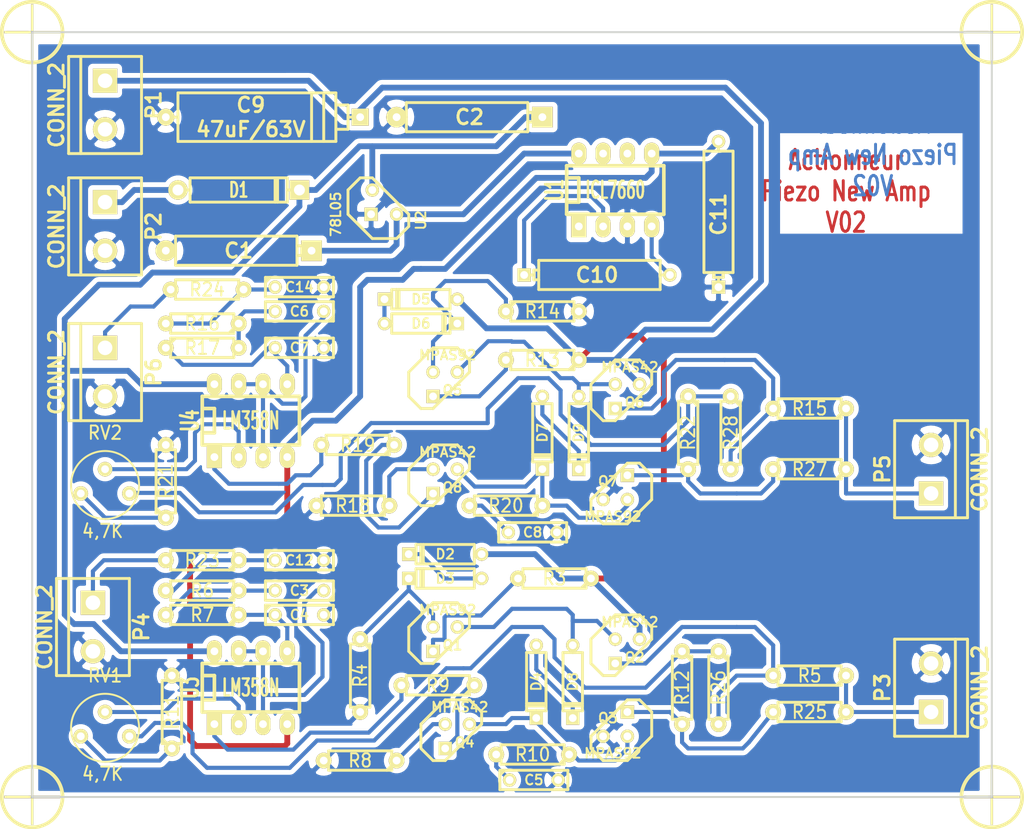
<source format=kicad_pcb>
(kicad_pcb (version 3) (host pcbnew "(2013-01-12 BZR 3902)-testing")
  (title_block (title Actionneur_piezo))
  (layers (15 Composant power) (0 Cuivre signal))
  (net 0 "")
  (net 1 +12V)
  (net 2 -VAA)
  (net 3 /12Vext)
  (net 4 /ampli_h1)
  (net 5 /ampli_h2)
  (net 6 /ampli_h3)
  (net 7 /ampli_h4)
  (net 8 /ampli_h5)
  (net 9 /ampli_h6)
  (net 10 /ampli_h7)
  (net 11 /ampli_h8)
  (net 12 GND)
  (net 13 HT)
  (net 14 N-000005)
  (net 15 N-000010)
  (net 16 N-000011)
  (net 17 N-000012)
  (net 18 N-000013)
  (net 19 N-000014)
  (net 20 N-000015)
  (net 21 N-000016)
  (net 22 N-000017)
  (net 23 N-000018)
  (net 24 N-000019)
  (net 25 N-000020)
  (net 26 N-000021)
  (net 27 N-000022)
  (net 28 N-000023)
  (net 29 N-000024)
  (net 30 N-000025)
  (net 31 N-000026)
  (net 32 N-000027)
  (net 33 N-000032)
  (net 34 N-000033)
  (net 35 N-000034)
  (net 36 N-000035)
  (net 37 N-000036)
  (net 38 N-000037)
  (net 39 N-000038)
  (net 40 N-000039)
  (net 41 N-000040)
  (net 42 N-000041)
  (net 43 N-000042)
  (net 44 N-000043)
  (net 45 N-000044)
  (net 46 N-000045)
  (net 47 N-000046)
  (net 48 N-000047)
  (net 49 N-000048)
  (net 50 VCC)
  (module bornier2 (layer Composant) (at 95.885 59.436 270)
    (fp_text reference P1)
    (fp_text value CONN_2)
    (pad 1 thru_hole rect (at -2.54 0 270) (size 2.54 2.54) (drill 1.524) (layers *.Cu *.Mask Dessus.SilkS) (net 13 HT))
    (pad 2 thru_hole circle (at 2.54 0 270) (size 2.54 2.54) (drill 1.524) (layers *.Cu *.Mask Dessus.SilkS) (net 12 GND))
  )
  (module bornier2 (layer Composant) (at 182.245 120.396 90)
    (fp_text reference P3)
    (fp_text value CONN_2)
    (pad 1 thru_hole rect (at -2.54 0 90) (size 2.54 2.54) (drill 1.524) (layers *.Cu *.Mask Dessus.SilkS) (net 6 /ampli_h3))
    (pad 2 thru_hole circle (at 2.54 0 90) (size 2.54 2.54) (drill 1.524) (layers *.Cu *.Mask Dessus.SilkS) (net 12 GND))
  )
  (module CP6 (layer Composant) (at 133.985 60.706 180)
    (fp_text reference C2)
    (fp_text value 47uF/20V hide)
    (pad 1 thru_hole rect (at -7.62 0 180) (size 2.159 2.159) (drill 0.8128) (layers *.Cu *.Mask Dessus.SilkS) (net 1 +12V))
    (pad 2 thru_hole circle (at 7.62 0 180) (size 2.159 2.159) (drill 0.8128) (layers *.Cu *.Mask Dessus.SilkS) (net 12 GND))
  )
  (module CP6 (layer Composant) (at 109.855 74.676 180)
    (fp_text reference C1)
    (fp_text value 47uF hide)
    (pad 1 thru_hole rect (at -7.62 0 180) (size 2.159 2.159) (drill 0.8128) (layers *.Cu *.Mask Dessus.SilkS) (net 50 VCC))
    (pad 2 thru_hole circle (at 7.62 0 180) (size 2.159 2.159) (drill 0.8128) (layers *.Cu *.Mask Dessus.SilkS) (net 12 GND))
  )
  (module D5 (layer Composant) (at 109.855 68.326)
    (fp_text reference D1)
    (fp_text value 1N4007 hide)
    (pad 1 thru_hole circle (at -6.35 0) (size 2.032 2.032) (drill 1.143) (layers *.Cu *.Mask Dessus.SilkS) (net 3 /12Vext))
    (pad 2 thru_hole rect (at 6.35 0) (size 2.032 2.032) (drill 1.143) (layers *.Cu *.Mask Dessus.SilkS) (net 1 +12V))
  )
  (module TO92-CBE (layer Composant) (at 149.225 124.206 180)
    (fp_text reference Q3)
    (fp_text value MPAS92)
    (pad E thru_hole rect (at -1.27 1.27 180) (size 1.397 1.397) (drill 0.8128) (layers *.Cu *.Mask Dessus.SilkS) (net 22 N-000017))
    (pad B thru_hole circle (at -1.27 -1.27 180) (size 1.397 1.397) (drill 0.8128) (layers *.Cu *.Mask Dessus.SilkS) (net 30 N-000025))
    (pad C thru_hole circle (at 1.27 -1.27 180) (size 1.397 1.397) (drill 0.8128) (layers *.Cu *.Mask Dessus.SilkS) (net 12 GND))
  )
  (module TO92-CBE (layer Composant) (at 131.445 88.646)
    (fp_text reference Q5)
    (fp_text value MPAS92)
    (pad E thru_hole rect (at -1.27 1.27) (size 1.397 1.397) (drill 0.8128) (layers *.Cu *.Mask Dessus.SilkS) (net 49 N-000048))
    (pad B thru_hole circle (at -1.27 -1.27) (size 1.397 1.397) (drill 0.8128) (layers *.Cu *.Mask Dessus.SilkS) (net 41 N-000040))
    (pad C thru_hole circle (at 1.27 -1.27) (size 1.397 1.397) (drill 0.8128) (layers *.Cu *.Mask Dessus.SilkS) (net 48 N-000047))
  )
  (module TO92-CBE (layer Composant) (at 149.225 99.441 180)
    (fp_text reference Q7)
    (fp_text value MPAS92)
    (pad E thru_hole rect (at -1.27 1.27 180) (size 1.397 1.397) (drill 0.8128) (layers *.Cu *.Mask Dessus.SilkS) (net 39 N-000038))
    (pad B thru_hole circle (at -1.27 -1.27 180) (size 1.397 1.397) (drill 0.8128) (layers *.Cu *.Mask Dessus.SilkS) (net 47 N-000046))
    (pad C thru_hole circle (at 1.27 -1.27 180) (size 1.397 1.397) (drill 0.8128) (layers *.Cu *.Mask Dessus.SilkS) (net 12 GND))
  )
  (module TO92-CBE (layer Composant) (at 150.495 89.916)
    (fp_text reference Q6)
    (fp_text value MPAS42)
    (pad E thru_hole rect (at -1.27 1.27) (size 1.397 1.397) (drill 0.8128) (layers *.Cu *.Mask Dessus.SilkS) (net 38 N-000037))
    (pad B thru_hole circle (at -1.27 -1.27) (size 1.397 1.397) (drill 0.8128) (layers *.Cu *.Mask Dessus.SilkS) (net 48 N-000047))
    (pad C thru_hole circle (at 1.27 -1.27) (size 1.397 1.397) (drill 0.8128) (layers *.Cu *.Mask Dessus.SilkS) (net 13 HT))
  )
  (module TO92-CBE (layer Composant) (at 131.445 115.316)
    (fp_text reference Q1)
    (fp_text value MPAS92)
    (pad E thru_hole rect (at -1.27 1.27) (size 1.397 1.397) (drill 0.8128) (layers *.Cu *.Mask Dessus.SilkS) (net 32 N-000027))
    (pad B thru_hole circle (at -1.27 -1.27) (size 1.397 1.397) (drill 0.8128) (layers *.Cu *.Mask Dessus.SilkS) (net 24 N-000019))
    (pad C thru_hole circle (at 1.27 -1.27) (size 1.397 1.397) (drill 0.8128) (layers *.Cu *.Mask Dessus.SilkS) (net 31 N-000026))
  )
  (module TO92-CBE (layer Composant) (at 150.495 116.586)
    (fp_text reference Q2)
    (fp_text value MPAS42)
    (pad E thru_hole rect (at -1.27 1.27) (size 1.397 1.397) (drill 0.8128) (layers *.Cu *.Mask Dessus.SilkS) (net 21 N-000016))
    (pad B thru_hole circle (at -1.27 -1.27) (size 1.397 1.397) (drill 0.8128) (layers *.Cu *.Mask Dessus.SilkS) (net 31 N-000026))
    (pad C thru_hole circle (at 1.27 -1.27) (size 1.397 1.397) (drill 0.8128) (layers *.Cu *.Mask Dessus.SilkS) (net 13 HT))
  )
  (module TO92-CBE (layer Composant) (at 132.715 125.476)
    (fp_text reference Q4)
    (fp_text value MPAS42)
    (pad E thru_hole rect (at -1.27 1.27) (size 1.397 1.397) (drill 0.8128) (layers *.Cu *.Mask Dessus.SilkS) (net 16 N-000011))
    (pad B thru_hole circle (at -1.27 -1.27) (size 1.397 1.397) (drill 0.8128) (layers *.Cu *.Mask Dessus.SilkS) (net 25 N-000020))
    (pad C thru_hole circle (at 1.27 -1.27) (size 1.397 1.397) (drill 0.8128) (layers *.Cu *.Mask Dessus.SilkS) (net 30 N-000025))
  )
  (module TO92-CBE (layer Composant) (at 131.445 98.806)
    (fp_text reference Q8)
    (fp_text value MPAS42)
    (pad E thru_hole rect (at -1.27 1.27) (size 1.397 1.397) (drill 0.8128) (layers *.Cu *.Mask Dessus.SilkS) (net 33 N-000032))
    (pad B thru_hole circle (at -1.27 -1.27) (size 1.397 1.397) (drill 0.8128) (layers *.Cu *.Mask Dessus.SilkS) (net 42 N-000041))
    (pad C thru_hole circle (at 1.27 -1.27) (size 1.397 1.397) (drill 0.8128) (layers *.Cu *.Mask Dessus.SilkS) (net 47 N-000046))
  )
  (module bornier2 (layer Composant) (at 95.885 72.136 270)
    (fp_text reference P2)
    (fp_text value CONN_2)
    (pad 1 thru_hole rect (at -2.54 0 270) (size 2.54 2.54) (drill 1.524) (layers *.Cu *.Mask Dessus.SilkS) (net 3 /12Vext))
    (pad 2 thru_hole circle (at 2.54 0 270) (size 2.54 2.54) (drill 1.524) (layers *.Cu *.Mask Dessus.SilkS) (net 12 GND))
  )
  (module DIP-8__300_ELL (layer Composant) (at 149.225 68.326)
    (fp_text reference U1)
    (fp_text value ICL7660)
    (pad 1 thru_hole rect (at -3.81 3.81) (size 1.5748 2.286) (drill 0.8128) (layers *.Cu *.Mask Dessus.SilkS))
    (pad 2 thru_hole oval (at -1.27 3.81) (size 1.5748 2.286) (drill 0.8128) (layers *.Cu *.Mask Dessus.SilkS) (net 15 N-000010))
    (pad 3 thru_hole oval (at 1.27 3.81) (size 1.5748 2.286) (drill 0.8128) (layers *.Cu *.Mask Dessus.SilkS) (net 12 GND))
    (pad 4 thru_hole oval (at 3.81 3.81) (size 1.5748 2.286) (drill 0.8128) (layers *.Cu *.Mask Dessus.SilkS) (net 14 N-000005))
    (pad 5 thru_hole oval (at 3.81 -3.81) (size 1.5748 2.286) (drill 0.8128) (layers *.Cu *.Mask Dessus.SilkS) (net 2 -VAA))
    (pad 6 thru_hole oval (at 1.27 -3.81) (size 1.5748 2.286) (drill 0.8128) (layers *.Cu *.Mask Dessus.SilkS))
    (pad 7 thru_hole oval (at -1.27 -3.81) (size 1.5748 2.286) (drill 0.8128) (layers *.Cu *.Mask Dessus.SilkS))
    (pad 8 thru_hole oval (at -3.81 -3.81) (size 1.5748 2.286) (drill 0.8128) (layers *.Cu *.Mask Dessus.SilkS) (net 50 VCC))
  )
  (module DIP-8__300_ELL (layer Composant) (at 111.125 92.456)
    (fp_text reference U4)
    (fp_text value LM358N)
    (pad 1 thru_hole rect (at -3.81 3.81) (size 1.5748 2.286) (drill 0.8128) (layers *.Cu *.Mask Dessus.SilkS) (net 43 N-000042))
    (pad 2 thru_hole oval (at -1.27 3.81) (size 1.5748 2.286) (drill 0.8128) (layers *.Cu *.Mask Dessus.SilkS) (net 44 N-000043))
    (pad 3 thru_hole oval (at 1.27 3.81) (size 1.5748 2.286) (drill 0.8128) (layers *.Cu *.Mask Dessus.SilkS) (net 5 /ampli_h2))
    (pad 4 thru_hole oval (at 3.81 3.81) (size 1.5748 2.286) (drill 0.8128) (layers *.Cu *.Mask Dessus.SilkS) (net 2 -VAA))
    (pad 5 thru_hole oval (at 3.81 -3.81) (size 1.5748 2.286) (drill 0.8128) (layers *.Cu *.Mask Dessus.SilkS) (net 46 N-000045))
    (pad 6 thru_hole oval (at 1.27 -3.81) (size 1.5748 2.286) (drill 0.8128) (layers *.Cu *.Mask Dessus.SilkS) (net 5 /ampli_h2))
    (pad 7 thru_hole oval (at -1.27 -3.81) (size 1.5748 2.286) (drill 0.8128) (layers *.Cu *.Mask Dessus.SilkS) (net 5 /ampli_h2))
    (pad 8 thru_hole oval (at -3.81 -3.81) (size 1.5748 2.286) (drill 0.8128) (layers *.Cu *.Mask Dessus.SilkS) (net 1 +12V))
  )
  (module bornier2 (layer Composant) (at 94.615 114.046 270)
    (fp_text reference P4)
    (fp_text value CONN_2)
    (pad 1 thru_hole rect (at -2.54 0 270) (size 2.54 2.54) (drill 1.524) (layers *.Cu *.Mask Dessus.SilkS) (net 7 /ampli_h4))
    (pad 2 thru_hole circle (at 2.54 0 270) (size 2.54 2.54) (drill 1.524) (layers *.Cu *.Mask Dessus.SilkS) (net 12 GND))
  )
  (module bornier2 (layer Composant) (at 182.245 97.536 90)
    (fp_text reference P5)
    (fp_text value CONN_2)
    (pad 1 thru_hole rect (at -2.54 0 90) (size 2.54 2.54) (drill 1.524) (layers *.Cu *.Mask Dessus.SilkS) (net 8 /ampli_h5))
    (pad 2 thru_hole circle (at 2.54 0 90) (size 2.54 2.54) (drill 1.524) (layers *.Cu *.Mask Dessus.SilkS) (net 12 GND))
  )
  (module bornier2 (layer Composant) (at 95.885 87.376 270)
    (fp_text reference P6)
    (fp_text value CONN_2)
    (pad 1 thru_hole rect (at -2.54 0 270) (size 2.54 2.54) (drill 1.524) (layers *.Cu *.Mask Dessus.SilkS) (net 9 /ampli_h6))
    (pad 2 thru_hole circle (at 2.54 0 270) (size 2.54 2.54) (drill 1.524) (layers *.Cu *.Mask Dessus.SilkS) (net 12 GND))
  )
  (module DIP-8__300_ELL (layer Composant) (at 111.125 120.396)
    (fp_text reference U3)
    (fp_text value LM358N)
    (pad 1 thru_hole rect (at -3.81 3.81) (size 1.5748 2.286) (drill 0.8128) (layers *.Cu *.Mask Dessus.SilkS) (net 26 N-000021))
    (pad 2 thru_hole oval (at -1.27 3.81) (size 1.5748 2.286) (drill 0.8128) (layers *.Cu *.Mask Dessus.SilkS) (net 27 N-000022))
    (pad 3 thru_hole oval (at 1.27 3.81) (size 1.5748 2.286) (drill 0.8128) (layers *.Cu *.Mask Dessus.SilkS) (net 4 /ampli_h1))
    (pad 4 thru_hole oval (at 3.81 3.81) (size 1.5748 2.286) (drill 0.8128) (layers *.Cu *.Mask Dessus.SilkS) (net 2 -VAA))
    (pad 5 thru_hole oval (at 3.81 -3.81) (size 1.5748 2.286) (drill 0.8128) (layers *.Cu *.Mask Dessus.SilkS) (net 29 N-000024))
    (pad 6 thru_hole oval (at 1.27 -3.81) (size 1.5748 2.286) (drill 0.8128) (layers *.Cu *.Mask Dessus.SilkS) (net 4 /ampli_h1))
    (pad 7 thru_hole oval (at -1.27 -3.81) (size 1.5748 2.286) (drill 0.8128) (layers *.Cu *.Mask Dessus.SilkS) (net 4 /ampli_h1))
    (pad 8 thru_hole oval (at -3.81 -3.81) (size 1.5748 2.286) (drill 0.8128) (layers *.Cu *.Mask Dessus.SilkS) (net 1 +12V))
  )
  (module R3-LARGE_PADS (layer Composant) (at 130.683 120.142 180)
    (fp_text reference R9)
    (fp_text value 1K hide)
    (pad 1 thru_hole circle (at -3.81 0 180) (size 1.651 1.651) (drill 0.8128) (layers *.Cu *.Mask Dessus.SilkS) (net 16 N-000011))
    (pad 2 thru_hole circle (at 3.81 0 180) (size 1.651 1.651) (drill 0.8128) (layers *.Cu *.Mask Dessus.SilkS) (net 26 N-000021))
  )
  (module R3-LARGE_PADS (layer Composant) (at 169.545 91.186 180)
    (fp_text reference R15)
    (fp_text value 47 hide)
    (pad 1 thru_hole circle (at -3.81 0 180) (size 1.651 1.651) (drill 0.8128) (layers *.Cu *.Mask Dessus.SilkS) (net 8 /ampli_h5))
    (pad 2 thru_hole circle (at 3.81 0 180) (size 1.651 1.651) (drill 0.8128) (layers *.Cu *.Mask Dessus.SilkS) (net 38 N-000037))
  )
  (module RV2 (layer Composant) (at 95.885 124.206)
    (fp_text reference RV1)
    (fp_text value 4,7K)
    (pad 1 thru_hole circle (at -2.54 1.27) (size 1.524 1.524) (drill 0.8128) (layers *.Cu *.Mask Dessus.SilkS) (net 23 N-000018))
    (pad 2 thru_hole circle (at 0 -1.27) (size 1.524 1.524) (drill 0.8128) (layers *.Cu *.Mask Dessus.SilkS) (net 27 N-000022))
    (pad 3 thru_hole circle (at 2.54 1.27) (size 1.524 1.524) (drill 0.8128) (layers *.Cu *.Mask Dessus.SilkS) (net 10 /ampli_h7))
  )
  (module RV2 (layer Composant) (at 95.885 98.806)
    (fp_text reference RV2)
    (fp_text value 4,7K)
    (pad 1 thru_hole circle (at -2.54 1.27) (size 1.524 1.524) (drill 0.8128) (layers *.Cu *.Mask Dessus.SilkS) (net 40 N-000039))
    (pad 2 thru_hole circle (at 0 -1.27) (size 1.524 1.524) (drill 0.8128) (layers *.Cu *.Mask Dessus.SilkS) (net 44 N-000043))
    (pad 3 thru_hole circle (at 2.54 1.27) (size 1.524 1.524) (drill 0.8128) (layers *.Cu *.Mask Dessus.SilkS) (net 11 /ampli_h8))
  )
  (module C2 (layer Composant) (at 116.205 110.236 180)
    (fp_text reference C3)
    (fp_text value 15nF hide)
    (pad 1 thru_hole circle (at -2.54 0 180) (size 1.397 1.397) (drill 0.8128) (layers *.Cu *.Mask Dessus.SilkS) (net 4 /ampli_h1))
    (pad 2 thru_hole circle (at 2.54 0 180) (size 1.397 1.397) (drill 0.8128) (layers *.Cu *.Mask Dessus.SilkS) (net 18 N-000013))
  )
  (module C2 (layer Composant) (at 116.205 112.776)
    (fp_text reference C4)
    (fp_text value 4,7nF hide)
    (pad 1 thru_hole circle (at -2.54 0) (size 1.397 1.397) (drill 0.8128) (layers *.Cu *.Mask Dessus.SilkS) (net 29 N-000024))
    (pad 2 thru_hole circle (at 2.54 0) (size 1.397 1.397) (drill 0.8128) (layers *.Cu *.Mask Dessus.SilkS) (net 12 GND))
  )
  (module C2 (layer Composant) (at 140.716 130.048)
    (fp_text reference C5)
    (fp_text value 820pF hide)
    (pad 1 thru_hole circle (at -2.54 0) (size 1.397 1.397) (drill 0.8128) (layers *.Cu *.Mask Dessus.SilkS) (net 20 N-000015))
    (pad 2 thru_hole circle (at 2.54 0) (size 1.397 1.397) (drill 0.8128) (layers *.Cu *.Mask Dessus.SilkS) (net 12 GND))
  )
  (module C2 (layer Composant) (at 116.205 81.026 180)
    (fp_text reference C6)
    (fp_text value 15nF hide)
    (pad 1 thru_hole circle (at -2.54 0 180) (size 1.397 1.397) (drill 0.8128) (layers *.Cu *.Mask Dessus.SilkS) (net 5 /ampli_h2))
    (pad 2 thru_hole circle (at 2.54 0 180) (size 1.397 1.397) (drill 0.8128) (layers *.Cu *.Mask Dessus.SilkS) (net 35 N-000034))
  )
  (module C2 (layer Composant) (at 116.205 84.836)
    (fp_text reference C7)
    (fp_text value 4,7nF hide)
    (pad 1 thru_hole circle (at -2.54 0) (size 1.397 1.397) (drill 0.8128) (layers *.Cu *.Mask Dessus.SilkS) (net 46 N-000045))
    (pad 2 thru_hole circle (at 2.54 0) (size 1.397 1.397) (drill 0.8128) (layers *.Cu *.Mask Dessus.SilkS) (net 12 GND))
  )
  (module C2 (layer Composant) (at 140.589 104.14)
    (fp_text reference C8)
    (fp_text value 820pF hide)
    (pad 1 thru_hole circle (at -2.54 0) (size 1.397 1.397) (drill 0.8128) (layers *.Cu *.Mask Dessus.SilkS) (net 37 N-000036))
    (pad 2 thru_hole circle (at 2.54 0) (size 1.397 1.397) (drill 0.8128) (layers *.Cu *.Mask Dessus.SilkS) (net 12 GND))
  )
  (module CP8 (layer Composant) (at 112.395 60.706 180)
    (fp_text reference C9)
    (fp_text value 47uF/63V)
    (pad 1 thru_hole rect (at -10.16 0 180) (size 1.778 1.778) (drill 0.8128) (layers *.Cu *.Mask Dessus.SilkS) (net 13 HT))
    (pad 2 thru_hole circle (at 10.16 0 180) (size 1.778 1.778) (drill 0.8128) (layers *.Cu *.Mask Dessus.SilkS) (net 12 GND))
  )
  (module D3 (layer Composant) (at 131.445 106.426 180)
    (fp_text reference D2)
    (fp_text value 1N4148 hide)
    (pad 2 thru_hole rect (at 3.81 0 180) (size 1.397 1.397) (drill 0.8128) (layers *.Cu *.Mask Dessus.SilkS) (net 17 N-000012))
    (pad 1 thru_hole circle (at -3.81 0 180) (size 1.397 1.397) (drill 0.8128) (layers *.Cu *.Mask Dessus.SilkS) (net 13 HT))
  )
  (module D3 (layer Composant) (at 131.445 108.966 180)
    (fp_text reference D3)
    (fp_text value 1N4148 hide)
    (pad 2 thru_hole rect (at 3.81 0 180) (size 1.397 1.397) (drill 0.8128) (layers *.Cu *.Mask Dessus.SilkS) (net 24 N-000019))
    (pad 1 thru_hole circle (at -3.81 0 180) (size 1.397 1.397) (drill 0.8128) (layers *.Cu *.Mask Dessus.SilkS) (net 17 N-000012))
  )
  (module D3 (layer Composant) (at 140.97 119.761 270)
    (fp_text reference D4)
    (fp_text value 1N4148 hide)
    (pad 2 thru_hole rect (at 3.81 0 270) (size 1.397 1.397) (drill 0.8128) (layers *.Cu *.Mask Dessus.SilkS) (net 30 N-000025))
    (pad 1 thru_hole circle (at -3.81 0 270) (size 1.397 1.397) (drill 0.8128) (layers *.Cu *.Mask Dessus.SilkS) (net 28 N-000023))
  )
  (module D3 (layer Composant) (at 128.905 79.756 180)
    (fp_text reference D5)
    (fp_text value 1N4148 hide)
    (pad 2 thru_hole rect (at 3.81 0 180) (size 1.397 1.397) (drill 0.8128) (layers *.Cu *.Mask Dessus.SilkS) (net 34 N-000033))
    (pad 1 thru_hole circle (at -3.81 0 180) (size 1.397 1.397) (drill 0.8128) (layers *.Cu *.Mask Dessus.SilkS) (net 13 HT))
  )
  (module D3 (layer Composant) (at 128.905 82.296)
    (fp_text reference D6)
    (fp_text value 1N4148 hide)
    (pad 2 thru_hole rect (at 3.81 0) (size 1.397 1.397) (drill 0.8128) (layers *.Cu *.Mask Dessus.SilkS) (net 41 N-000040))
    (pad 1 thru_hole circle (at -3.81 0) (size 1.397 1.397) (drill 0.8128) (layers *.Cu *.Mask Dessus.SilkS) (net 34 N-000033))
  )
  (module D3 (layer Composant) (at 141.605 93.726 270)
    (fp_text reference D7)
    (fp_text value 1N4148 hide)
    (pad 2 thru_hole rect (at 3.81 0 270) (size 1.397 1.397) (drill 0.8128) (layers *.Cu *.Mask Dessus.SilkS) (net 47 N-000046))
    (pad 1 thru_hole circle (at -3.81 0 270) (size 1.397 1.397) (drill 0.8128) (layers *.Cu *.Mask Dessus.SilkS) (net 45 N-000044))
  )
  (module R3-LARGE_PADS (layer Composant) (at 142.875 108.966 180)
    (fp_text reference R3)
    (fp_text value 470 hide)
    (pad 1 thru_hole circle (at -3.81 0 180) (size 1.651 1.651) (drill 0.8128) (layers *.Cu *.Mask Dessus.SilkS) (net 13 HT))
    (pad 2 thru_hole circle (at 3.81 0 180) (size 1.651 1.651) (drill 0.8128) (layers *.Cu *.Mask Dessus.SilkS) (net 32 N-000027))
  )
  (module R3-LARGE_PADS (layer Composant) (at 122.555 119.126 270)
    (fp_text reference R4)
    (fp_text value 220K hide)
    (pad 1 thru_hole circle (at -3.81 0 270) (size 1.651 1.651) (drill 0.8128) (layers *.Cu *.Mask Dessus.SilkS) (net 24 N-000019))
    (pad 2 thru_hole circle (at 3.81 0 270) (size 1.651 1.651) (drill 0.8128) (layers *.Cu *.Mask Dessus.SilkS) (net 12 GND))
  )
  (module R3-LARGE_PADS (layer Composant) (at 169.545 119.126 180)
    (fp_text reference R5)
    (fp_text value 47 hide)
    (pad 1 thru_hole circle (at -3.81 0 180) (size 1.651 1.651) (drill 0.8128) (layers *.Cu *.Mask Dessus.SilkS) (net 6 /ampli_h3))
    (pad 2 thru_hole circle (at 3.81 0 180) (size 1.651 1.651) (drill 0.8128) (layers *.Cu *.Mask Dessus.SilkS) (net 21 N-000016))
  )
  (module R3-LARGE_PADS (layer Composant) (at 106.045 110.236 180)
    (fp_text reference R6)
    (fp_text value 22K hide)
    (pad 1 thru_hole circle (at -3.81 0 180) (size 1.651 1.651) (drill 0.8128) (layers *.Cu *.Mask Dessus.SilkS) (net 18 N-000013))
    (pad 2 thru_hole circle (at 3.81 0 180) (size 1.651 1.651) (drill 0.8128) (layers *.Cu *.Mask Dessus.SilkS) (net 19 N-000014))
  )
  (module R3-LARGE_PADS (layer Composant) (at 106.045 112.776 180)
    (fp_text reference R7)
    (fp_text value 22K hide)
    (pad 1 thru_hole circle (at -3.81 0 180) (size 1.651 1.651) (drill 0.8128) (layers *.Cu *.Mask Dessus.SilkS) (net 29 N-000024))
    (pad 2 thru_hole circle (at 3.81 0 180) (size 1.651 1.651) (drill 0.8128) (layers *.Cu *.Mask Dessus.SilkS) (net 18 N-000013))
  )
  (module R3-LARGE_PADS (layer Composant) (at 122.555 128.016 180)
    (fp_text reference R8)
    (fp_text value 1K hide)
    (pad 1 thru_hole circle (at -3.81 0 180) (size 1.651 1.651) (drill 0.8128) (layers *.Cu *.Mask Dessus.SilkS) (net 25 N-000020))
    (pad 2 thru_hole circle (at 3.81 0 180) (size 1.651 1.651) (drill 0.8128) (layers *.Cu *.Mask Dessus.SilkS) (net 12 GND))
  )
  (module R3-LARGE_PADS (layer Composant) (at 140.589 127.381 180)
    (fp_text reference R10)
    (fp_text value 5,6K hide)
    (pad 1 thru_hole circle (at -3.81 0 180) (size 1.651 1.651) (drill 0.8128) (layers *.Cu *.Mask Dessus.SilkS) (net 30 N-000025))
    (pad 2 thru_hole circle (at 3.81 0 180) (size 1.651 1.651) (drill 0.8128) (layers *.Cu *.Mask Dessus.SilkS) (net 20 N-000015))
  )
  (module R3-LARGE_PADS (layer Composant) (at 102.87 122.936 90)
    (fp_text reference R11)
    (fp_text value 4,7K hide)
    (pad 1 thru_hole circle (at -3.81 0 90) (size 1.651 1.651) (drill 0.8128) (layers *.Cu *.Mask Dessus.SilkS) (net 23 N-000018))
    (pad 2 thru_hole circle (at 3.81 0 90) (size 1.651 1.651) (drill 0.8128) (layers *.Cu *.Mask Dessus.SilkS) (net 12 GND))
  )
  (module R3-LARGE_PADS (layer Composant) (at 156.21 120.396 270)
    (fp_text reference R12)
    (fp_text value 220K hide)
    (pad 1 thru_hole circle (at -3.81 0 270) (size 1.651 1.651) (drill 0.8128) (layers *.Cu *.Mask Dessus.SilkS) (net 10 /ampli_h7))
    (pad 2 thru_hole circle (at 3.81 0 270) (size 1.651 1.651) (drill 0.8128) (layers *.Cu *.Mask Dessus.SilkS) (net 22 N-000017))
  )
  (module R3-LARGE_PADS (layer Composant) (at 141.605 86.106 180)
    (fp_text reference R13)
    (fp_text value 470 hide)
    (pad 1 thru_hole circle (at -3.81 0 180) (size 1.651 1.651) (drill 0.8128) (layers *.Cu *.Mask Dessus.SilkS) (net 13 HT))
    (pad 2 thru_hole circle (at 3.81 0 180) (size 1.651 1.651) (drill 0.8128) (layers *.Cu *.Mask Dessus.SilkS) (net 49 N-000048))
  )
  (module R3-LARGE_PADS (layer Composant) (at 141.605 81.026)
    (fp_text reference R14)
    (fp_text value 220K hide)
    (pad 1 thru_hole circle (at -3.81 0) (size 1.651 1.651) (drill 0.8128) (layers *.Cu *.Mask Dessus.SilkS) (net 41 N-000040))
    (pad 2 thru_hole circle (at 3.81 0) (size 1.651 1.651) (drill 0.8128) (layers *.Cu *.Mask Dessus.SilkS) (net 12 GND))
  )
  (module R3-LARGE_PADS (layer Composant) (at 106.045 82.296 180)
    (fp_text reference R16)
    (fp_text value 22K hide)
    (pad 1 thru_hole circle (at -3.81 0 180) (size 1.651 1.651) (drill 0.8128) (layers *.Cu *.Mask Dessus.SilkS) (net 35 N-000034))
    (pad 2 thru_hole circle (at 3.81 0 180) (size 1.651 1.651) (drill 0.8128) (layers *.Cu *.Mask Dessus.SilkS) (net 36 N-000035))
  )
  (module R3-LARGE_PADS (layer Composant) (at 106.045 84.836)
    (fp_text reference R17)
    (fp_text value 22K hide)
    (pad 1 thru_hole circle (at -3.81 0) (size 1.651 1.651) (drill 0.8128) (layers *.Cu *.Mask Dessus.SilkS) (net 46 N-000045))
    (pad 2 thru_hole circle (at 3.81 0) (size 1.651 1.651) (drill 0.8128) (layers *.Cu *.Mask Dessus.SilkS) (net 35 N-000034))
  )
  (module R3-LARGE_PADS (layer Composant) (at 121.793 101.346 180)
    (fp_text reference R18)
    (fp_text value 1K hide)
    (pad 1 thru_hole circle (at -3.81 0 180) (size 1.651 1.651) (drill 0.8128) (layers *.Cu *.Mask Dessus.SilkS) (net 42 N-000041))
    (pad 2 thru_hole circle (at 3.81 0 180) (size 1.651 1.651) (drill 0.8128) (layers *.Cu *.Mask Dessus.SilkS) (net 12 GND))
  )
  (module R3-LARGE_PADS (layer Composant) (at 122.301 94.996 180)
    (fp_text reference R19)
    (fp_text value 1K hide)
    (pad 1 thru_hole circle (at -3.81 0 180) (size 1.651 1.651) (drill 0.8128) (layers *.Cu *.Mask Dessus.SilkS) (net 33 N-000032))
    (pad 2 thru_hole circle (at 3.81 0 180) (size 1.651 1.651) (drill 0.8128) (layers *.Cu *.Mask Dessus.SilkS) (net 43 N-000042))
  )
  (module R3-LARGE_PADS (layer Composant) (at 137.795 101.346 180)
    (fp_text reference R20)
    (fp_text value 5,6K hide)
    (pad 1 thru_hole circle (at -3.81 0 180) (size 1.651 1.651) (drill 0.8128) (layers *.Cu *.Mask Dessus.SilkS) (net 47 N-000046))
    (pad 2 thru_hole circle (at 3.81 0 180) (size 1.651 1.651) (drill 0.8128) (layers *.Cu *.Mask Dessus.SilkS) (net 37 N-000036))
  )
  (module R3-LARGE_PADS (layer Composant) (at 102.235 98.806 90)
    (fp_text reference R21)
    (fp_text value 4,7K hide)
    (pad 1 thru_hole circle (at -3.81 0 90) (size 1.651 1.651) (drill 0.8128) (layers *.Cu *.Mask Dessus.SilkS) (net 40 N-000039))
    (pad 2 thru_hole circle (at 3.81 0 90) (size 1.651 1.651) (drill 0.8128) (layers *.Cu *.Mask Dessus.SilkS) (net 12 GND))
  )
  (module R3-LARGE_PADS (layer Composant) (at 156.845 93.726 270)
    (fp_text reference R22)
    (fp_text value 220K hide)
    (pad 1 thru_hole circle (at -3.81 0 270) (size 1.651 1.651) (drill 0.8128) (layers *.Cu *.Mask Dessus.SilkS) (net 11 /ampli_h8))
    (pad 2 thru_hole circle (at 3.81 0 270) (size 1.651 1.651) (drill 0.8128) (layers *.Cu *.Mask Dessus.SilkS) (net 39 N-000038))
  )
  (module MIRE (layer Composant) (at 188.595 51.816)
    (fp_text reference MIRE hide)
    (fp_text value * hide)
    (pad "" thru_hole rect (at -1.524 0) (size 2.794 0.254) (layers *.Cu *.Mask Dessus.SilkS))
    (pad "" thru_hole rect (at 0 -1.524) (size 0.254 2.794) (layers *.Cu *.Mask Dessus.SilkS))
    (pad "" thru_hole circle (at 0 0) (size 0.254 0.254) (drill 0.0508) (layers *.Cu *.Mask))
    (pad "" thru_hole rect (at -1.524 0) (size 2.286 0.254) (layers *.Cu *.Mask Dessus.SilkS))
    (pad "" thru_hole rect (at 0 1.524) (size 0.254 2.794) (layers *.Cu *.Mask Dessus.SilkS))
    (pad "" thru_hole rect (at 1.524 0) (size 2.794 0.254) (layers *.Cu *.Mask Dessus.SilkS))
  )
  (module MIRE (layer Composant) (at 88.265 51.816)
    (fp_text reference MIRE hide)
    (fp_text value * hide)
    (pad "" thru_hole rect (at -1.524 0) (size 2.794 0.254) (layers *.Cu *.Mask Dessus.SilkS))
    (pad "" thru_hole rect (at 0 -1.524) (size 0.254 2.794) (layers *.Cu *.Mask Dessus.SilkS))
    (pad "" thru_hole circle (at 0 0) (size 0.254 0.254) (drill 0.0508) (layers *.Cu *.Mask))
    (pad "" thru_hole rect (at -1.524 0) (size 2.286 0.254) (layers *.Cu *.Mask Dessus.SilkS))
    (pad "" thru_hole rect (at 0 1.524) (size 0.254 2.794) (layers *.Cu *.Mask Dessus.SilkS))
    (pad "" thru_hole rect (at 1.524 0) (size 2.794 0.254) (layers *.Cu *.Mask Dessus.SilkS))
  )
  (module MIRE (layer Composant) (at 88.265 131.826)
    (fp_text reference MIRE hide)
    (fp_text value * hide)
    (pad "" thru_hole rect (at -1.524 0) (size 2.794 0.254) (layers *.Cu *.Mask Dessus.SilkS))
    (pad "" thru_hole rect (at 0 -1.524) (size 0.254 2.794) (layers *.Cu *.Mask Dessus.SilkS))
    (pad "" thru_hole circle (at 0 0) (size 0.254 0.254) (drill 0.0508) (layers *.Cu *.Mask))
    (pad "" thru_hole rect (at -1.524 0) (size 2.286 0.254) (layers *.Cu *.Mask Dessus.SilkS))
    (pad "" thru_hole rect (at 0 1.524) (size 0.254 2.794) (layers *.Cu *.Mask Dessus.SilkS))
    (pad "" thru_hole rect (at 1.524 0) (size 2.794 0.254) (layers *.Cu *.Mask Dessus.SilkS))
  )
  (module MIRE (layer Composant) (at 188.595 131.826)
    (fp_text reference MIRE hide)
    (fp_text value * hide)
    (pad "" thru_hole rect (at -1.524 0) (size 2.794 0.254) (layers *.Cu *.Mask Dessus.SilkS))
    (pad "" thru_hole rect (at 0 -1.524) (size 0.254 2.794) (layers *.Cu *.Mask Dessus.SilkS))
    (pad "" thru_hole circle (at 0 0) (size 0.254 0.254) (drill 0.0508) (layers *.Cu *.Mask))
    (pad "" thru_hole rect (at -1.524 0) (size 2.286 0.254) (layers *.Cu *.Mask Dessus.SilkS))
    (pad "" thru_hole rect (at 0 1.524) (size 0.254 2.794) (layers *.Cu *.Mask Dessus.SilkS))
    (pad "" thru_hole rect (at 1.524 0) (size 2.794 0.254) (layers *.Cu *.Mask Dessus.SilkS))
  )
  (module CP6 (layer Composant) (at 147.32 77.216)
    (fp_text reference C10)
    (fp_text value 10uF hide)
    (pad 1 thru_hole rect (at -7.62 0) (size 1.397 1.397) (drill 0.8128) (layers *.Cu *.Mask Dessus.SilkS) (net 15 N-000010))
    (pad 2 thru_hole circle (at 7.62 0) (size 1.397 1.397) (drill 0.8128) (layers *.Cu *.Mask Dessus.SilkS) (net 14 N-000005))
  )
  (module CP6 (layer Composant) (at 160.02 70.866 90)
    (fp_text reference C11)
    (fp_text value 10uF hide)
    (pad 1 thru_hole rect (at -7.62 0 90) (size 1.397 1.397) (drill 0.8128) (layers *.Cu *.Mask Dessus.SilkS) (net 12 GND))
    (pad 2 thru_hole circle (at 7.62 0 90) (size 1.397 1.397) (drill 0.8128) (layers *.Cu *.Mask Dessus.SilkS) (net 2 -VAA))
  )
  (module LM78LXX (layer Composant) (at 125.095 69.596 90)
    (fp_text reference U2)
    (fp_text value 78L05)
    (pad VI thru_hole circle (at 1.27 -1.27 90) (size 1.397 1.397) (drill 0.8128) (layers *.Cu *.Mask Dessus.SilkS) (net 1 +12V))
    (pad GND thru_hole rect (at -1.27 -1.397 90) (size 1.397 1.397) (drill 0.8128) (layers *.Cu *.Mask Dessus.SilkS) (net 12 GND))
    (pad VO thru_hole circle (at -1.27 1.27 90) (size 1.397 1.397) (drill 0.8128) (layers *.Cu *.Mask Dessus.SilkS) (net 50 VCC))
  )
  (module C2 (layer Composant) (at 116.205 78.486)
    (fp_text reference C14)
    (fp_text value 150nF hide)
    (pad 1 thru_hole circle (at -2.54 0) (size 1.397 1.397) (drill 0.8128) (layers *.Cu *.Mask Dessus.SilkS) (net 36 N-000035))
    (pad 2 thru_hole circle (at 2.54 0) (size 1.397 1.397) (drill 0.8128) (layers *.Cu *.Mask Dessus.SilkS) (net 12 GND))
  )
  (module C2 (layer Composant) (at 116.205 107.061)
    (fp_text reference C12)
    (fp_text value 150nF hide)
    (pad 1 thru_hole circle (at -2.54 0) (size 1.397 1.397) (drill 0.8128) (layers *.Cu *.Mask Dessus.SilkS) (net 19 N-000014))
    (pad 2 thru_hole circle (at 2.54 0) (size 1.397 1.397) (drill 0.8128) (layers *.Cu *.Mask Dessus.SilkS) (net 12 GND))
  )
  (module R3-LARGE_PADS (layer Composant) (at 106.045 107.061 180)
    (fp_text reference R23)
    (fp_text value 1K hide)
    (pad 1 thru_hole circle (at -3.81 0 180) (size 1.651 1.651) (drill 0.8128) (layers *.Cu *.Mask Dessus.SilkS) (net 19 N-000014))
    (pad 2 thru_hole circle (at 3.81 0 180) (size 1.651 1.651) (drill 0.8128) (layers *.Cu *.Mask Dessus.SilkS) (net 7 /ampli_h4))
  )
  (module R3-LARGE_PADS (layer Composant) (at 106.553 78.74 180)
    (fp_text reference R24)
    (fp_text value 1K hide)
    (pad 1 thru_hole circle (at -3.81 0 180) (size 1.651 1.651) (drill 0.8128) (layers *.Cu *.Mask Dessus.SilkS) (net 36 N-000035))
    (pad 2 thru_hole circle (at 3.81 0 180) (size 1.651 1.651) (drill 0.8128) (layers *.Cu *.Mask Dessus.SilkS) (net 9 /ampli_h6))
  )
  (module D3 (layer Composant) (at 145.415 93.726 270)
    (fp_text reference D9)
    (fp_text value 1N4148 hide)
    (pad 2 thru_hole rect (at 3.81 0 270) (size 1.397 1.397) (drill 0.8128) (layers *.Cu *.Mask Dessus.SilkS) (net 45 N-000044))
    (pad 1 thru_hole circle (at -3.81 0 270) (size 1.397 1.397) (drill 0.8128) (layers *.Cu *.Mask Dessus.SilkS) (net 48 N-000047))
  )
  (module D3 (layer Composant) (at 144.78 119.761 270)
    (fp_text reference D8)
    (fp_text value 1N4148 hide)
    (pad 2 thru_hole rect (at 3.81 0 270) (size 1.397 1.397) (drill 0.8128) (layers *.Cu *.Mask Dessus.SilkS) (net 28 N-000023))
    (pad 1 thru_hole circle (at -3.81 0 270) (size 1.397 1.397) (drill 0.8128) (layers *.Cu *.Mask Dessus.SilkS) (net 31 N-000026))
  )
  (module R3-LARGE_PADS (layer Composant) (at 169.545 122.936 180)
    (fp_text reference R25)
    (fp_text value 47 hide)
    (pad 1 thru_hole circle (at -3.81 0 180) (size 1.651 1.651) (drill 0.8128) (layers *.Cu *.Mask Dessus.SilkS) (net 6 /ampli_h3))
    (pad 2 thru_hole circle (at 3.81 0 180) (size 1.651 1.651) (drill 0.8128) (layers *.Cu *.Mask Dessus.SilkS) (net 22 N-000017))
  )
  (module R3-LARGE_PADS (layer Composant) (at 160.02 120.396 270)
    (fp_text reference R26)
    (fp_text value 220K hide)
    (pad 1 thru_hole circle (at -3.81 0 270) (size 1.651 1.651) (drill 0.8128) (layers *.Cu *.Mask Dessus.SilkS) (net 10 /ampli_h7))
    (pad 2 thru_hole circle (at 3.81 0 270) (size 1.651 1.651) (drill 0.8128) (layers *.Cu *.Mask Dessus.SilkS) (net 21 N-000016))
  )
  (module R3-LARGE_PADS (layer Composant) (at 169.545 97.536 180)
    (fp_text reference R27)
    (fp_text value 47 hide)
    (pad 1 thru_hole circle (at -3.81 0 180) (size 1.651 1.651) (drill 0.8128) (layers *.Cu *.Mask Dessus.SilkS) (net 8 /ampli_h5))
    (pad 2 thru_hole circle (at 3.81 0 180) (size 1.651 1.651) (drill 0.8128) (layers *.Cu *.Mask Dessus.SilkS) (net 39 N-000038))
  )
  (module R3-LARGE_PADS (layer Composant) (at 161.29 93.726 270)
    (fp_text reference R28)
    (fp_text value 220K hide)
    (pad 1 thru_hole circle (at -3.81 0 270) (size 1.651 1.651) (drill 0.8128) (layers *.Cu *.Mask Dessus.SilkS) (net 11 /ampli_h8))
    (pad 2 thru_hole circle (at 3.81 0 270) (size 1.651 1.651) (drill 0.8128) (layers *.Cu *.Mask Dessus.SilkS) (net 38 N-000037))
  )
  (gr_text "Actionneur\nPiezo New Amp\nV02" (at 173.355 68.453) (layer Composant) (effects (font (size 2.032 1.524) (thickness 0.3048))))
  (gr_text "Actionneur\nPiezo New Amp\nV02" (at 176.149 64.643) (layer Cuivre) (effects (font (size 2.032 1.524) (thickness 0.3048)) (justify mirror)))
  (segment (start 91.6686 87.249) (end 98.298 87.249) (width 0.6096) (layer Cuivre) (net 1))
  (segment (start 99.695 88.646) (end 107.315 88.646) (width 0.6096) (layer Cuivre) (net 1))
  (segment (start 98.298 87.249) (end 99.695 88.646) (width 0.6096) (layer Cuivre) (net 1))
  (segment (start 91.6686 85.4837) (end 91.6686 81.8134) (width 0.6096) (layer Cuivre) (net 1))
  (segment (start 100.838 76.962) (end 109.27842 76.962) (width 0.6096) (layer Cuivre) (net 1))
  (segment (start 99.568 78.232) (end 100.838 76.962) (width 0.6096) (layer Cuivre) (net 1))
  (segment (start 95.25 78.232) (end 99.568 78.232) (width 0.6096) (layer Cuivre) (net 1))
  (segment (start 91.6686 81.8134) (end 95.25 78.232) (width 0.6096) (layer Cuivre) (net 1))
  (segment (start 123.825 68.326) (end 123.825 63.74892) (width 0.6096) (layer Cuivre) (net 1))
  (segment (start 136.78916 63.74892) (end 139.83208 60.706) (width 0.6096) (layer Cuivre) (net 1))
  (segment (start 122.4915 63.74892) (end 123.825 63.74892) (width 0.6096) (layer Cuivre) (net 1))
  (segment (start 123.825 63.74892) (end 136.78916 63.74892) (width 0.6096) (layer Cuivre) (net 1))
  (segment (start 117.91442 68.326) (end 122.4915 63.74892) (width 0.6096) (layer Cuivre) (net 1))
  (segment (start 141.605 60.706) (end 139.83208 60.706) (width 0.6096) (layer Cuivre) (net 1))
  (segment (start 116.205 68.326) (end 117.91442 68.326) (width 0.6096) (layer Cuivre) (net 1))
  (segment (start 116.205 68.326) (end 116.205 70.03542) (width 0.6096) (layer Cuivre) (net 1))
  (segment (start 116.205 70.03542) (end 109.27842 76.962) (width 0.6096) (layer Cuivre) (net 1))
  (segment (start 91.6686 112.75314) (end 91.6686 87.249) (width 0.6096) (layer Cuivre) (net 1))
  (segment (start 91.6686 87.249) (end 91.6686 85.4837) (width 0.6096) (layer Cuivre) (net 1))
  (segment (start 92.64904 113.73358) (end 91.6686 112.75314) (width 0.6096) (layer Cuivre) (net 1))
  (segment (start 94.68866 113.73358) (end 92.64904 113.73358) (width 0.6096) (layer Cuivre) (net 1))
  (segment (start 97.54108 116.586) (end 94.68866 113.73358) (width 0.6096) (layer Cuivre) (net 1))
  (segment (start 107.315 116.586) (end 97.54108 116.586) (width 0.6096) (layer Cuivre) (net 1))
  (segment (start 113.411 126.492) (end 114.681 126.492) (width 0.6096) (layer Composant) (net 2))
  (segment (start 114.935 126.238) (end 114.935 124.206) (width 0.6096) (layer Composant) (net 2))
  (segment (start 114.681 126.492) (end 114.935 126.238) (width 0.6096) (layer Composant) (net 2))
  (segment (start 105.41 126.492) (end 104.775 125.857) (width 0.6096) (layer Composant) (net 2))
  (segment (start 113.411 126.492) (end 105.41 126.492) (width 0.6096) (layer Composant) (net 2))
  (segment (start 128.905 76.581) (end 128.143 76.581) (width 0.6096) (layer Cuivre) (net 2))
  (segment (start 123.317 77.724) (end 122.555 78.486) (width 0.6096) (layer Cuivre) (net 2))
  (segment (start 127 77.724) (end 123.317 77.724) (width 0.6096) (layer Cuivre) (net 2))
  (segment (start 128.143 76.581) (end 127 77.724) (width 0.6096) (layer Cuivre) (net 2))
  (segment (start 114.935 102.108) (end 114.935 102.362) (width 0.6096) (layer Composant) (net 2))
  (segment (start 104.775 109.601) (end 104.775 125.857) (width 0.6096) (layer Composant) (net 2))
  (segment (start 114.935 96.266) (end 114.935 102.108) (width 0.6096) (layer Composant) (net 2))
  (segment (start 114.935 102.362) (end 112.776 104.521) (width 0.6096) (layer Composant) (net 2))
  (segment (start 112.776 104.521) (end 107.061 104.521) (width 0.6096) (layer Composant) (net 2))
  (segment (start 107.061 104.521) (end 104.775 106.807) (width 0.6096) (layer Composant) (net 2))
  (segment (start 104.775 106.807) (end 104.775 109.601) (width 0.6096) (layer Composant) (net 2))
  (segment (start 114.935 96.266) (end 114.935 95.123) (width 0.6096) (layer Cuivre) (net 2))
  (segment (start 114.935 95.123) (end 117.602 92.456) (width 0.6096) (layer Cuivre) (net 2))
  (segment (start 117.602 92.456) (end 120.015 92.456) (width 0.6096) (layer Cuivre) (net 2))
  (segment (start 120.015 92.456) (end 122.555 89.916) (width 0.6096) (layer Cuivre) (net 2))
  (segment (start 122.555 89.916) (end 122.555 78.486) (width 0.6096) (layer Cuivre) (net 2))
  (segment (start 153.035 66.421) (end 153.035 64.516) (width 0.6096) (layer Cuivre) (net 2))
  (segment (start 152.4 67.056) (end 153.035 66.421) (width 0.6096) (layer Cuivre) (net 2))
  (segment (start 140.97 67.056) (end 152.4 67.056) (width 0.6096) (layer Cuivre) (net 2))
  (segment (start 131.445 76.581) (end 140.97 67.056) (width 0.6096) (layer Cuivre) (net 2))
  (segment (start 128.905 76.581) (end 131.445 76.581) (width 0.6096) (layer Cuivre) (net 2))
  (segment (start 153.035 64.516) (end 158.75 64.516) (width 0.6096) (layer Cuivre) (net 2))
  (segment (start 158.75 64.516) (end 160.02 63.246) (width 0.6096) (layer Cuivre) (net 2))
  (segment (start 98.92792 68.326) (end 97.65792 69.596) (width 0.6096) (layer Cuivre) (net 3))
  (segment (start 103.505 68.326) (end 98.92792 68.326) (width 0.6096) (layer Cuivre) (net 3))
  (segment (start 95.885 69.596) (end 97.65792 69.596) (width 0.6096) (layer Cuivre) (net 3))
  (segment (start 116.713 112.522) (end 116.713 113.792) (width 0.4318) (layer Cuivre) (net 4))
  (segment (start 116.713 121.158) (end 112.395 121.158) (width 0.4318) (layer Cuivre) (net 4))
  (segment (start 118.618 119.253) (end 116.713 121.158) (width 0.4318) (layer Cuivre) (net 4))
  (segment (start 118.618 115.697) (end 118.618 119.253) (width 0.4318) (layer Cuivre) (net 4))
  (segment (start 116.713 113.792) (end 118.618 115.697) (width 0.4318) (layer Cuivre) (net 4))
  (segment (start 112.395 121.158) (end 112.395 116.586) (width 0.4318) (layer Cuivre) (net 4))
  (segment (start 117.983 110.236) (end 116.713 111.506) (width 0.4318) (layer Cuivre) (net 4))
  (segment (start 112.395 116.586) (end 109.855 116.586) (width 0.4318) (layer Cuivre) (net 4))
  (segment (start 116.713 111.506) (end 116.713 112.522) (width 0.4318) (layer Cuivre) (net 4))
  (segment (start 118.745 110.236) (end 117.983 110.236) (width 0.4318) (layer Cuivre) (net 4))
  (segment (start 112.395 124.206) (end 112.395 121.158) (width 0.4318) (layer Cuivre) (net 4))
  (segment (start 109.855 88.646) (end 112.395 88.646) (width 0.4318) (layer Cuivre) (net 5))
  (segment (start 118.745 81.026) (end 118.745 81.661) (width 0.4318) (layer Cuivre) (net 5))
  (segment (start 118.745 81.661) (end 116.84 83.566) (width 0.4318) (layer Cuivre) (net 5))
  (segment (start 116.078 90.678) (end 114.427 90.678) (width 0.4318) (layer Cuivre) (net 5))
  (segment (start 112.395 88.646) (end 112.395 96.266) (width 0.4318) (layer Cuivre) (net 5))
  (segment (start 114.427 90.678) (end 112.395 88.646) (width 0.4318) (layer Cuivre) (net 5))
  (segment (start 116.84 83.566) (end 116.84 89.916) (width 0.4318) (layer Cuivre) (net 5))
  (segment (start 116.84 89.916) (end 116.078 90.678) (width 0.4318) (layer Cuivre) (net 5))
  (segment (start 173.355 122.936) (end 173.355 119.126) (width 0.4318) (layer Cuivre) (net 6))
  (segment (start 173.355 122.936) (end 182.245 122.936) (width 0.4318) (layer Cuivre) (net 6))
  (segment (start 95.758 107.061) (end 102.235 107.061) (width 0.4318) (layer Cuivre) (net 7))
  (segment (start 94.615 108.204) (end 95.758 107.061) (width 0.4318) (layer Cuivre) (net 7))
  (segment (start 94.615 111.506) (end 94.615 108.204) (width 0.4318) (layer Cuivre) (net 7))
  (segment (start 173.355 97.536) (end 173.355 100.076) (width 0.4318) (layer Cuivre) (net 8))
  (segment (start 173.355 100.076) (end 182.245 100.076) (width 0.4318) (layer Cuivre) (net 8))
  (segment (start 173.355 97.536) (end 173.355 91.186) (width 0.4318) (layer Cuivre) (net 8))
  (segment (start 100.965 80.518) (end 102.743 78.74) (width 0.4318) (layer Cuivre) (net 9))
  (segment (start 95.885 83.185) (end 98.552 80.518) (width 0.4318) (layer Cuivre) (net 9))
  (segment (start 98.552 80.518) (end 100.965 80.518) (width 0.4318) (layer Cuivre) (net 9))
  (segment (start 95.885 84.836) (end 95.885 83.185) (width 0.4318) (layer Cuivre) (net 9))
  (segment (start 133.35 118.364) (end 134.112 118.364) (width 0.4318) (layer Cuivre) (net 10))
  (segment (start 142.875 117.221) (end 146.05 120.396) (width 0.4318) (layer Cuivre) (net 10))
  (segment (start 142.875 115.316) (end 142.875 117.221) (width 0.4318) (layer Cuivre) (net 10))
  (segment (start 141.605 114.046) (end 142.875 115.316) (width 0.4318) (layer Cuivre) (net 10))
  (segment (start 138.43 114.046) (end 141.605 114.046) (width 0.4318) (layer Cuivre) (net 10))
  (segment (start 134.112 118.364) (end 138.43 114.046) (width 0.4318) (layer Cuivre) (net 10))
  (segment (start 152.4 120.396) (end 146.05 120.396) (width 0.4318) (layer Cuivre) (net 10))
  (segment (start 152.4 120.396) (end 156.21 116.586) (width 0.4318) (layer Cuivre) (net 10))
  (segment (start 160.02 116.586) (end 156.21 116.586) (width 0.4318) (layer Cuivre) (net 10))
  (segment (start 98.425 125.476) (end 99.695 125.476) (width 0.4318) (layer Cuivre) (net 10))
  (segment (start 105.029 125.222) (end 105.029 127.254) (width 0.4318) (layer Cuivre) (net 10))
  (segment (start 101.092 124.079) (end 103.886 124.079) (width 0.4318) (layer Cuivre) (net 10))
  (segment (start 103.886 124.079) (end 105.029 125.222) (width 0.4318) (layer Cuivre) (net 10))
  (segment (start 99.695 125.476) (end 101.092 124.079) (width 0.4318) (layer Cuivre) (net 10))
  (segment (start 124.0155 125.9205) (end 118.0465 125.9205) (width 0.4318) (layer Cuivre) (net 10))
  (segment (start 115.189 128.778) (end 106.553 128.778) (width 0.4318) (layer Cuivre) (net 10))
  (segment (start 106.553 128.778) (end 105.029 127.254) (width 0.4318) (layer Cuivre) (net 10))
  (segment (start 118.0465 125.9205) (end 117.221 126.746) (width 0.4318) (layer Cuivre) (net 10))
  (segment (start 131.572 118.364) (end 133.35 118.364) (width 0.4318) (layer Cuivre) (net 10))
  (segment (start 124.0155 125.9205) (end 131.572 118.364) (width 0.4318) (layer Cuivre) (net 10))
  (segment (start 117.221 126.746) (end 115.189 128.778) (width 0.4318) (layer Cuivre) (net 10))
  (segment (start 156.845 92.456) (end 154.305 94.996) (width 0.4318) (layer Cuivre) (net 11))
  (segment (start 154.305 94.996) (end 146.685 94.996) (width 0.4318) (layer Cuivre) (net 11))
  (segment (start 156.845 89.916) (end 161.29 89.916) (width 0.4318) (layer Cuivre) (net 11))
  (segment (start 118.618 99.187) (end 116.586 99.187) (width 0.4318) (layer Cuivre) (net 11))
  (segment (start 135.89 92.71) (end 123.698 92.71) (width 0.4318) (layer Cuivre) (net 11))
  (segment (start 120.523 95.885) (end 120.523 98.552) (width 0.4318) (layer Cuivre) (net 11))
  (segment (start 123.698 92.71) (end 120.523 95.885) (width 0.4318) (layer Cuivre) (net 11))
  (segment (start 119.888 99.187) (end 120.523 98.552) (width 0.4318) (layer Cuivre) (net 11))
  (segment (start 118.618 99.187) (end 119.888 99.187) (width 0.4318) (layer Cuivre) (net 11))
  (segment (start 105.7275 102.0445) (end 113.7285 102.0445) (width 0.4318) (layer Cuivre) (net 11))
  (segment (start 105.7275 102.0445) (end 103.69804 100.01504) (width 0.4318) (layer Cuivre) (net 11))
  (segment (start 98.48596 100.01504) (end 103.69804 100.01504) (width 0.4318) (layer Cuivre) (net 11))
  (segment (start 116.586 99.187) (end 116.078 99.695) (width 0.4318) (layer Cuivre) (net 11))
  (segment (start 113.7285 102.0445) (end 116.078 99.695) (width 0.4318) (layer Cuivre) (net 11))
  (segment (start 98.425 100.076) (end 98.48596 100.01504) (width 0.4318) (layer Cuivre) (net 11))
  (segment (start 135.89 92.71) (end 135.89 91.186) (width 0.4318) (layer Cuivre) (net 11))
  (segment (start 143.51 91.821) (end 146.685 94.996) (width 0.4318) (layer Cuivre) (net 11))
  (segment (start 143.51 89.281) (end 143.51 91.821) (width 0.4318) (layer Cuivre) (net 11))
  (segment (start 142.24 88.011) (end 143.51 89.281) (width 0.4318) (layer Cuivre) (net 11))
  (segment (start 139.065 88.011) (end 142.24 88.011) (width 0.4318) (layer Cuivre) (net 11))
  (segment (start 135.89 91.186) (end 139.065 88.011) (width 0.4318) (layer Cuivre) (net 11))
  (segment (start 156.845 89.916) (end 156.845 92.456) (width 0.4318) (layer Cuivre) (net 11))
  (segment (start 150.495 70.231) (end 151.765 68.961) (width 0.6096) (layer Cuivre) (net 12))
  (segment (start 150.495 72.136) (end 150.495 70.231) (width 0.6096) (layer Cuivre) (net 12))
  (segment (start 151.765 68.961) (end 156.21 68.961) (width 0.6096) (layer Cuivre) (net 12))
  (segment (start 123.698 70.866) (end 123.825 70.866) (width 0.6096) (layer Cuivre) (net 12))
  (segment (start 123.825 70.866) (end 125.73 68.961) (width 0.6096) (layer Cuivre) (net 12))
  (segment (start 156.21 68.961) (end 160.02 72.771) (width 0.6096) (layer Cuivre) (net 12))
  (segment (start 160.02 72.771) (end 160.02 78.486) (width 0.6096) (layer Cuivre) (net 12))
  (segment (start 122.555 60.706) (end 121.76506 60.706) (width 0.6096) (layer Cuivre) (net 13))
  (segment (start 124.8537 57.61736) (end 160.74136 57.61736) (width 0.6096) (layer Cuivre) (net 13))
  (segment (start 132.715 79.756) (end 135.76046 82.80146) (width 0.6096) (layer Cuivre) (net 13))
  (segment (start 164.465 77.851) (end 159.385 82.931) (width 0.6096) (layer Cuivre) (net 13))
  (segment (start 143.383 108.966) (end 146.685 108.966) (width 0.6096) (layer Cuivre) (net 13))
  (segment (start 140.843 106.426) (end 143.383 108.966) (width 0.6096) (layer Cuivre) (net 13))
  (segment (start 145.415 86.106) (end 147.955 83.566) (width 0.6096) (layer Composant) (net 13))
  (segment (start 135.255 106.426) (end 140.716 106.426) (width 0.6096) (layer Cuivre) (net 13))
  (segment (start 160.74136 57.61736) (end 164.465 61.341) (width 0.6096) (layer Cuivre) (net 13))
  (segment (start 140.716 106.426) (end 140.843 106.426) (width 0.6096) (layer Cuivre) (net 13))
  (segment (start 135.76046 82.80146) (end 142.11046 82.80146) (width 0.6096) (layer Cuivre) (net 13))
  (segment (start 121.76506 60.706) (end 124.8537 57.61736) (width 0.6096) (layer Cuivre) (net 13))
  (segment (start 146.685 108.966) (end 150.93696 113.21542) (width 0.6096) (layer Cuivre) (net 13))
  (segment (start 151.765 115.316) (end 151.765 114.04854) (width 0.6096) (layer Cuivre) (net 13))
  (segment (start 151.765 114.04854) (end 150.93696 113.21542) (width 0.6096) (layer Cuivre) (net 13))
  (segment (start 117.16258 56.896) (end 95.885 56.896) (width 0.6096) (layer Cuivre) (net 13))
  (segment (start 120.97258 60.706) (end 117.16258 56.896) (width 0.6096) (layer Cuivre) (net 13))
  (segment (start 159.385 82.931) (end 152.4 82.931) (width 0.6096) (layer Cuivre) (net 13))
  (segment (start 149.225 86.106) (end 145.415 86.106) (width 0.6096) (layer Cuivre) (net 13))
  (segment (start 164.465 61.341) (end 164.465 77.851) (width 0.6096) (layer Cuivre) (net 13))
  (segment (start 151.765 88.646) (end 149.225 86.106) (width 0.6096) (layer Cuivre) (net 13))
  (segment (start 142.11046 82.80146) (end 145.415 86.106) (width 0.6096) (layer Cuivre) (net 13))
  (segment (start 151.765 108.966) (end 146.685 108.966) (width 0.6096) (layer Composant) (net 13))
  (segment (start 147.955 83.566) (end 151.765 83.566) (width 0.6096) (layer Composant) (net 13))
  (segment (start 151.765 83.566) (end 154.305 86.106) (width 0.6096) (layer Composant) (net 13))
  (segment (start 154.305 86.106) (end 154.305 106.426) (width 0.6096) (layer Composant) (net 13))
  (segment (start 121.76506 60.706) (end 120.97258 60.706) (width 0.6096) (layer Cuivre) (net 13))
  (segment (start 154.305 106.426) (end 151.765 108.966) (width 0.6096) (layer Composant) (net 13))
  (segment (start 152.4 82.931) (end 149.225 86.106) (width 0.6096) (layer Cuivre) (net 13))
  (segment (start 153.035 72.136) (end 153.035 75.311) (width 0.4318) (layer Cuivre) (net 14))
  (segment (start 153.035 75.311) (end 154.94 77.216) (width 0.4318) (layer Cuivre) (net 14))
  (segment (start 147.955 70.231) (end 147.955 72.136) (width 0.4318) (layer Cuivre) (net 15))
  (segment (start 142.24 68.961) (end 146.685 68.961) (width 0.4318) (layer Cuivre) (net 15))
  (segment (start 146.685 68.961) (end 147.955 70.231) (width 0.4318) (layer Cuivre) (net 15))
  (segment (start 139.7 77.216) (end 139.7 71.501) (width 0.4318) (layer Cuivre) (net 15))
  (segment (start 139.7 71.501) (end 142.24 68.961) (width 0.4318) (layer Cuivre) (net 15))
  (segment (start 134.112 120.142) (end 132.715 121.539) (width 0.4318) (layer Cuivre) (net 16))
  (segment (start 132.715 121.539) (end 132.715 125.476) (width 0.4318) (layer Cuivre) (net 16))
  (segment (start 134.493 120.142) (end 134.112 120.142) (width 0.4318) (layer Cuivre) (net 16))
  (segment (start 132.715 125.476) (end 131.445 126.746) (width 0.4318) (layer Cuivre) (net 16))
  (segment (start 127.635 106.426) (end 128.83642 106.426) (width 0.4318) (layer Cuivre) (net 17))
  (segment (start 131.37642 108.966) (end 128.83642 106.426) (width 0.4318) (layer Cuivre) (net 17))
  (segment (start 135.255 108.966) (end 131.37642 108.966) (width 0.4318) (layer Cuivre) (net 17))
  (segment (start 113.665 110.236) (end 109.855 110.236) (width 0.4318) (layer Cuivre) (net 18))
  (segment (start 104.775 110.236) (end 109.855 110.236) (width 0.4318) (layer Cuivre) (net 18))
  (segment (start 102.235 112.776) (end 104.775 110.236) (width 0.4318) (layer Cuivre) (net 18))
  (segment (start 106.172 107.061) (end 109.855 107.061) (width 0.4318) (layer Cuivre) (net 19))
  (segment (start 102.235 110.236) (end 102.997 110.236) (width 0.4318) (layer Cuivre) (net 19))
  (segment (start 109.855 107.061) (end 113.665 107.061) (width 0.4318) (layer Cuivre) (net 19))
  (segment (start 102.997 110.236) (end 106.172 107.061) (width 0.4318) (layer Cuivre) (net 19))
  (segment (start 136.779 127.381) (end 136.779 128.651) (width 0.4318) (layer Cuivre) (net 20))
  (segment (start 136.779 128.651) (end 138.176 130.048) (width 0.4318) (layer Cuivre) (net 20))
  (segment (start 160.02 124.206) (end 160.02 121.031) (width 0.4318) (layer Cuivre) (net 21))
  (segment (start 161.925 119.126) (end 165.735 119.126) (width 0.4318) (layer Cuivre) (net 21))
  (segment (start 160.02 121.031) (end 161.925 119.126) (width 0.4318) (layer Cuivre) (net 21))
  (segment (start 165.735 119.126) (end 165.735 115.951) (width 0.4318) (layer Cuivre) (net 21))
  (segment (start 161.925 114.046) (end 156.21 114.046) (width 0.4318) (layer Cuivre) (net 21))
  (segment (start 156.21 114.046) (end 152.4 117.856) (width 0.4318) (layer Cuivre) (net 21))
  (segment (start 152.4 117.856) (end 149.225 117.856) (width 0.4318) (layer Cuivre) (net 21))
  (segment (start 165.735 115.951) (end 163.83 114.046) (width 0.4318) (layer Cuivre) (net 21))
  (segment (start 163.83 114.046) (end 161.925 114.046) (width 0.4318) (layer Cuivre) (net 21))
  (segment (start 156.21 124.206) (end 156.21 126.111) (width 0.4318) (layer Cuivre) (net 22))
  (segment (start 163.195 126.111) (end 165.735 122.936) (width 0.4318) (layer Cuivre) (net 22))
  (segment (start 162.56 126.746) (end 163.195 126.111) (width 0.4318) (layer Cuivre) (net 22))
  (segment (start 156.845 126.746) (end 162.56 126.746) (width 0.4318) (layer Cuivre) (net 22))
  (segment (start 156.21 126.111) (end 156.845 126.746) (width 0.4318) (layer Cuivre) (net 22))
  (segment (start 150.495 122.936) (end 154.94 122.936) (width 0.4318) (layer Cuivre) (net 22))
  (segment (start 154.94 122.936) (end 156.21 124.206) (width 0.4318) (layer Cuivre) (net 22))
  (segment (start 102.87 126.746) (end 101.6 128.016) (width 0.4318) (layer Cuivre) (net 23))
  (segment (start 93.345 125.476) (end 95.885 128.016) (width 0.4318) (layer Cuivre) (net 23))
  (segment (start 95.885 128.016) (end 101.6 128.016) (width 0.4318) (layer Cuivre) (net 23))
  (segment (start 127.635 110.16742) (end 130.175 112.70742) (width 0.4318) (layer Cuivre) (net 24))
  (segment (start 127.635 108.966) (end 127.635 110.16742) (width 0.4318) (layer Cuivre) (net 24))
  (segment (start 122.555 115.316) (end 122.555 115.24742) (width 0.4318) (layer Cuivre) (net 24))
  (segment (start 130.175 112.70742) (end 130.175 114.046) (width 0.4318) (layer Cuivre) (net 24))
  (segment (start 122.555 115.24742) (end 127.635 110.16742) (width 0.4318) (layer Cuivre) (net 24))
  (segment (start 130.175 124.206) (end 131.445 124.206) (width 0.4318) (layer Cuivre) (net 25))
  (segment (start 126.365 128.016) (end 130.175 124.206) (width 0.4318) (layer Cuivre) (net 25))
  (segment (start 126.873 121.666) (end 126.873 120.142) (width 0.4318) (layer Cuivre) (net 26))
  (segment (start 123.444 125.095) (end 126.873 121.666) (width 0.4318) (layer Cuivre) (net 26))
  (segment (start 107.315 125.476) (end 107.315 124.206) (width 0.4318) (layer Cuivre) (net 26))
  (segment (start 115.57 126.873) (end 108.712 126.873) (width 0.4318) (layer Cuivre) (net 26))
  (segment (start 117.348 125.095) (end 123.444 125.095) (width 0.4318) (layer Cuivre) (net 26))
  (segment (start 108.712 126.873) (end 107.315 125.476) (width 0.4318) (layer Cuivre) (net 26))
  (segment (start 116.5225 125.9205) (end 117.348 125.095) (width 0.4318) (layer Cuivre) (net 26))
  (segment (start 116.5225 125.9205) (end 115.57 126.873) (width 0.4318) (layer Cuivre) (net 26))
  (segment (start 109.093 121.539) (end 109.855 122.301) (width 0.4318) (layer Cuivre) (net 27))
  (segment (start 102.108 122.936) (end 103.505 121.539) (width 0.4318) (layer Cuivre) (net 27))
  (segment (start 95.885 122.936) (end 102.108 122.936) (width 0.4318) (layer Cuivre) (net 27))
  (segment (start 109.855 122.301) (end 109.855 124.206) (width 0.4318) (layer Cuivre) (net 27))
  (segment (start 103.505 121.539) (end 109.093 121.539) (width 0.4318) (layer Cuivre) (net 27))
  (segment (start 144.78 122.301) (end 144.78 123.571) (width 0.4318) (layer Cuivre) (net 28))
  (segment (start 140.97 118.491) (end 144.78 122.301) (width 0.4318) (layer Cuivre) (net 28))
  (segment (start 140.97 115.951) (end 140.97 118.491) (width 0.4318) (layer Cuivre) (net 28))
  (segment (start 109.855 112.776) (end 113.665 112.776) (width 0.4318) (layer Cuivre) (net 29))
  (segment (start 114.935 114.046) (end 114.935 116.586) (width 0.4318) (layer Cuivre) (net 29))
  (segment (start 113.665 112.776) (end 114.935 114.046) (width 0.4318) (layer Cuivre) (net 29))
  (segment (start 140.97 123.571) (end 140.97 123.952) (width 0.4318) (layer Cuivre) (net 30))
  (segment (start 140.97 123.952) (end 144.399 127.381) (width 0.4318) (layer Cuivre) (net 30))
  (segment (start 133.985 124.206) (end 137.795 124.206) (width 0.4318) (layer Cuivre) (net 30))
  (segment (start 138.43 123.571) (end 140.97 123.571) (width 0.4318) (layer Cuivre) (net 30))
  (segment (start 137.795 124.206) (end 138.43 123.571) (width 0.4318) (layer Cuivre) (net 30))
  (segment (start 144.399 127.381) (end 144.78 127.381) (width 0.4318) (layer Cuivre) (net 30))
  (segment (start 144.78 127.381) (end 145.415 128.016) (width 0.4318) (layer Cuivre) (net 30))
  (segment (start 145.415 128.016) (end 149.225 128.016) (width 0.4318) (layer Cuivre) (net 30))
  (segment (start 149.225 128.016) (end 150.495 126.746) (width 0.4318) (layer Cuivre) (net 30))
  (segment (start 150.495 126.746) (end 150.495 125.476) (width 0.4318) (layer Cuivre) (net 30))
  (segment (start 138.43 112.141) (end 136.525 114.046) (width 0.4318) (layer Cuivre) (net 31))
  (segment (start 144.145 112.141) (end 138.43 112.141) (width 0.4318) (layer Cuivre) (net 31))
  (segment (start 144.78 112.776) (end 144.145 112.141) (width 0.4318) (layer Cuivre) (net 31))
  (segment (start 149.225 115.316) (end 147.32 113.411) (width 0.4318) (layer Cuivre) (net 31))
  (segment (start 147.32 113.411) (end 144.78 113.411) (width 0.4318) (layer Cuivre) (net 31))
  (segment (start 136.525 114.046) (end 132.715 114.046) (width 0.4318) (layer Cuivre) (net 31))
  (segment (start 144.78 115.951) (end 144.78 113.411) (width 0.4318) (layer Cuivre) (net 31))
  (segment (start 144.78 113.411) (end 144.78 112.776) (width 0.4318) (layer Cuivre) (net 31))
  (segment (start 135.18896 112.84204) (end 139.065 108.966) (width 0.4318) (layer Cuivre) (net 32))
  (segment (start 131.56692 112.84204) (end 135.18896 112.84204) (width 0.4318) (layer Cuivre) (net 32))
  (segment (start 131.37642 115.26266) (end 131.37642 113.03254) (width 0.4318) (layer Cuivre) (net 32))
  (segment (start 130.175 116.586) (end 130.175 115.38458) (width 0.4318) (layer Cuivre) (net 32))
  (segment (start 131.2545 115.38458) (end 131.37642 115.26266) (width 0.4318) (layer Cuivre) (net 32))
  (segment (start 131.37642 113.03254) (end 131.56692 112.84204) (width 0.4318) (layer Cuivre) (net 32))
  (segment (start 130.175 115.38458) (end 131.2545 115.38458) (width 0.4318) (layer Cuivre) (net 32))
  (segment (start 126.619 103.632) (end 130.175 100.076) (width 0.4318) (layer Cuivre) (net 33))
  (segment (start 123.19 96.647) (end 123.19 102.362) (width 0.4318) (layer Cuivre) (net 33))
  (segment (start 123.19 102.362) (end 124.46 103.632) (width 0.4318) (layer Cuivre) (net 33))
  (segment (start 124.841 94.996) (end 123.19 96.647) (width 0.4318) (layer Cuivre) (net 33))
  (segment (start 126.111 94.996) (end 124.841 94.996) (width 0.4318) (layer Cuivre) (net 33))
  (segment (start 124.46 103.632) (end 126.619 103.632) (width 0.4318) (layer Cuivre) (net 33))
  (segment (start 125.095 79.756) (end 125.095 82.296) (width 0.4318) (layer Cuivre) (net 34))
  (segment (start 109.855 82.296) (end 109.855 81.661) (width 0.4318) (layer Cuivre) (net 35))
  (segment (start 109.855 84.836) (end 109.855 82.296) (width 0.4318) (layer Cuivre) (net 35))
  (segment (start 110.49 81.026) (end 113.665 81.026) (width 0.4318) (layer Cuivre) (net 35))
  (segment (start 109.855 81.661) (end 110.49 81.026) (width 0.4318) (layer Cuivre) (net 35))
  (segment (start 102.235 82.296) (end 106.807 82.296) (width 0.4318) (layer Cuivre) (net 36))
  (segment (start 110.363 78.74) (end 113.411 78.74) (width 0.4318) (layer Cuivre) (net 36))
  (segment (start 113.411 78.74) (end 113.665 78.486) (width 0.4318) (layer Cuivre) (net 36))
  (segment (start 106.807 82.296) (end 110.363 78.74) (width 0.4318) (layer Cuivre) (net 36))
  (segment (start 135.255 101.346) (end 138.049 104.14) (width 0.4318) (layer Cuivre) (net 37))
  (segment (start 133.985 101.346) (end 135.255 101.346) (width 0.4318) (layer Cuivre) (net 37))
  (segment (start 161.29 97.536) (end 161.29 95.631) (width 0.4318) (layer Cuivre) (net 38))
  (segment (start 161.29 95.631) (end 165.735 91.186) (width 0.4318) (layer Cuivre) (net 38))
  (segment (start 165.735 91.186) (end 165.735 88.011) (width 0.4318) (layer Cuivre) (net 38))
  (segment (start 154.305 89.916) (end 154.305 87.376) (width 0.4318) (layer Cuivre) (net 38))
  (segment (start 154.305 87.376) (end 155.575 86.106) (width 0.4318) (layer Cuivre) (net 38))
  (segment (start 155.575 86.106) (end 160.655 86.106) (width 0.4318) (layer Cuivre) (net 38))
  (segment (start 149.225 91.186) (end 153.035 91.186) (width 0.4318) (layer Cuivre) (net 38))
  (segment (start 154.305 89.916) (end 153.035 91.186) (width 0.4318) (layer Cuivre) (net 38))
  (segment (start 165.735 88.011) (end 163.83 86.106) (width 0.4318) (layer Cuivre) (net 38))
  (segment (start 163.83 86.106) (end 160.655 86.106) (width 0.4318) (layer Cuivre) (net 38))
  (segment (start 165.735 97.536) (end 165.735 98.806) (width 0.4318) (layer Cuivre) (net 39))
  (segment (start 164.465 100.076) (end 161.925 100.076) (width 0.4318) (layer Cuivre) (net 39))
  (segment (start 165.735 98.806) (end 164.465 100.076) (width 0.4318) (layer Cuivre) (net 39))
  (segment (start 150.495 98.171) (end 156.21 98.171) (width 0.4318) (layer Cuivre) (net 39))
  (segment (start 156.21 98.171) (end 156.845 97.536) (width 0.4318) (layer Cuivre) (net 39))
  (segment (start 156.845 98.806) (end 158.115 100.076) (width 0.4318) (layer Cuivre) (net 39))
  (segment (start 158.115 100.076) (end 161.925 100.076) (width 0.4318) (layer Cuivre) (net 39))
  (segment (start 156.845 97.536) (end 156.845 98.806) (width 0.4318) (layer Cuivre) (net 39))
  (segment (start 95.885 102.616) (end 102.235 102.616) (width 0.4318) (layer Cuivre) (net 40))
  (segment (start 93.345 100.076) (end 95.885 102.616) (width 0.4318) (layer Cuivre) (net 40))
  (segment (start 137.795 81.026) (end 137.795 79.756) (width 0.4318) (layer Cuivre) (net 41))
  (segment (start 131.445 77.851) (end 130.175 79.121) (width 0.4318) (layer Cuivre) (net 41))
  (segment (start 132.715 82.296) (end 132.08 82.296) (width 0.4318) (layer Cuivre) (net 41))
  (segment (start 132.08 82.296) (end 130.175 84.201) (width 0.4318) (layer Cuivre) (net 41))
  (segment (start 130.175 79.121) (end 130.175 79.756) (width 0.4318) (layer Cuivre) (net 41))
  (segment (start 130.175 79.756) (end 132.715 82.296) (width 0.4318) (layer Cuivre) (net 41))
  (segment (start 137.795 79.756) (end 135.89 77.851) (width 0.4318) (layer Cuivre) (net 41))
  (segment (start 135.89 77.851) (end 131.445 77.851) (width 0.4318) (layer Cuivre) (net 41))
  (segment (start 130.175 84.201) (end 130.175 87.376) (width 0.4318) (layer Cuivre) (net 41))
  (segment (start 126.365 97.536) (end 125.603 98.298) (width 0.4318) (layer Cuivre) (net 42))
  (segment (start 125.603 98.298) (end 125.603 101.346) (width 0.4318) (layer Cuivre) (net 42))
  (segment (start 130.175 97.536) (end 126.365 97.536) (width 0.4318) (layer Cuivre) (net 42))
  (segment (start 118.491 97.028) (end 118.491 94.996) (width 0.4318) (layer Cuivre) (net 43))
  (segment (start 114.046 99.06) (end 114.935 99.06) (width 0.4318) (layer Cuivre) (net 43))
  (segment (start 108.839 99.06) (end 114.046 99.06) (width 0.4318) (layer Cuivre) (net 43))
  (segment (start 116.967 98.171) (end 115.824 98.171) (width 0.4318) (layer Cuivre) (net 43))
  (segment (start 116.967 98.171) (end 117.348 98.171) (width 0.4318) (layer Cuivre) (net 43))
  (segment (start 117.348 98.171) (end 118.491 97.028) (width 0.4318) (layer Cuivre) (net 43))
  (segment (start 107.315 97.536) (end 108.839 99.06) (width 0.4318) (layer Cuivre) (net 43))
  (segment (start 114.935 99.06) (end 115.824 98.171) (width 0.4318) (layer Cuivre) (net 43))
  (segment (start 107.315 96.266) (end 107.315 97.536) (width 0.4318) (layer Cuivre) (net 43))
  (segment (start 115.824 98.171) (end 114.935 99.06) (width 0.4318) (layer Cuivre) (net 43))
  (segment (start 105.283 93.726) (end 106.172 92.837) (width 0.4318) (layer Cuivre) (net 44))
  (segment (start 106.172 92.837) (end 109.093 92.837) (width 0.4318) (layer Cuivre) (net 44))
  (segment (start 105.283 96.647) (end 105.283 93.726) (width 0.4318) (layer Cuivre) (net 44))
  (segment (start 95.885 97.536) (end 104.394 97.536) (width 0.4318) (layer Cuivre) (net 44))
  (segment (start 109.855 93.599) (end 109.855 96.266) (width 0.4318) (layer Cuivre) (net 44))
  (segment (start 109.093 92.837) (end 109.855 93.599) (width 0.4318) (layer Cuivre) (net 44))
  (segment (start 104.394 97.536) (end 105.283 96.647) (width 0.4318) (layer Cuivre) (net 44))
  (segment (start 141.605 91.821) (end 145.415 95.631) (width 0.4318) (layer Cuivre) (net 45))
  (segment (start 141.605 89.916) (end 141.605 91.821) (width 0.4318) (layer Cuivre) (net 45))
  (segment (start 145.415 95.631) (end 145.415 97.536) (width 0.4318) (layer Cuivre) (net 45))
  (segment (start 113.665 85.471) (end 114.935 86.741) (width 0.4318) (layer Cuivre) (net 46))
  (segment (start 114.935 86.741) (end 114.935 88.646) (width 0.4318) (layer Cuivre) (net 46))
  (segment (start 113.03 84.836) (end 111.252 86.614) (width 0.4318) (layer Cuivre) (net 46))
  (segment (start 113.665 84.836) (end 113.665 85.471) (width 0.4318) (layer Cuivre) (net 46))
  (segment (start 111.252 86.614) (end 104.013 86.614) (width 0.4318) (layer Cuivre) (net 46))
  (segment (start 113.665 84.836) (end 113.03 84.836) (width 0.4318) (layer Cuivre) (net 46))
  (segment (start 104.013 86.614) (end 102.235 84.836) (width 0.4318) (layer Cuivre) (net 46))
  (segment (start 134.53364 99.35464) (end 132.715 97.536) (width 0.4318) (layer Cuivre) (net 47))
  (segment (start 139.85494 99.35464) (end 134.53364 99.35464) (width 0.4318) (layer Cuivre) (net 47))
  (segment (start 150.495 100.711) (end 150.495 101.346) (width 0.4318) (layer Cuivre) (net 47))
  (segment (start 144.145 101.346) (end 141.605 101.346) (width 0.4318) (layer Cuivre) (net 47))
  (segment (start 145.415 102.616) (end 144.145 101.346) (width 0.4318) (layer Cuivre) (net 47))
  (segment (start 149.225 102.616) (end 145.415 102.616) (width 0.4318) (layer Cuivre) (net 47))
  (segment (start 150.495 101.346) (end 149.225 102.616) (width 0.4318) (layer Cuivre) (net 47))
  (segment (start 141.605 97.536) (end 141.605 101.346) (width 0.4318) (layer Cuivre) (net 47))
  (segment (start 141.67358 97.536) (end 139.85494 99.35464) (width 0.4318) (layer Cuivre) (net 47))
  (segment (start 141.605 97.536) (end 141.67358 97.536) (width 0.4318) (layer Cuivre) (net 47))
  (segment (start 145.415 88.646) (end 144.78 88.011) (width 0.4318) (layer Cuivre) (net 48))
  (segment (start 144.78 88.011) (end 143.51 88.011) (width 0.4318) (layer Cuivre) (net 48))
  (segment (start 143.51 88.011) (end 139.7 84.201) (width 0.4318) (layer Cuivre) (net 48))
  (segment (start 138.43 84.201) (end 138.37666 84.14766) (width 0.4318) (layer Cuivre) (net 48))
  (segment (start 139.7 84.201) (end 138.43 84.201) (width 0.4318) (layer Cuivre) (net 48))
  (segment (start 138.37666 84.14766) (end 135.94334 84.14766) (width 0.4318) (layer Cuivre) (net 48))
  (segment (start 135.94334 84.14766) (end 132.715 87.376) (width 0.4318) (layer Cuivre) (net 48))
  (segment (start 145.415 89.916) (end 145.415 88.646) (width 0.4318) (layer Cuivre) (net 48))
  (segment (start 145.415 88.646) (end 149.225 88.646) (width 0.4318) (layer Cuivre) (net 48))
  (segment (start 137.795 87.122) (end 137.795 86.106) (width 0.4318) (layer Cuivre) (net 49))
  (segment (start 135.001 89.916) (end 137.795 87.122) (width 0.4318) (layer Cuivre) (net 49))
  (segment (start 130.175 89.916) (end 135.001 89.916) (width 0.4318) (layer Cuivre) (net 49))
  (segment (start 139.7 64.516) (end 145.415 64.516) (width 0.6096) (layer Cuivre) (net 50))
  (segment (start 133.35 70.866) (end 139.7 64.516) (width 0.6096) (layer Cuivre) (net 50))
  (segment (start 117.475 74.676) (end 125.73 74.676) (width 0.6096) (layer Cuivre) (net 50))
  (segment (start 126.365 74.041) (end 126.365 70.866) (width 0.6096) (layer Cuivre) (net 50))
  (segment (start 125.73 74.676) (end 126.365 74.041) (width 0.6096) (layer Cuivre) (net 50))
  (segment (start 126.365 70.866) (end 133.35 70.866) (width 0.6096) (layer Cuivre) (net 50))
  (zone (net 12) (net_name GND) (layer Cuivre) (connect_pads (clearance 0.508)) (min_thickness 0.254) (fill (arc_segments 32) (thermal_gap 0.762) (thermal_bridge_width 0.508))
    (polygon (pts (xy 187.325 131.572) (xy 187.325 53.086) (xy 88.392 53.086) (xy 88.392 131.572)))
  )
)
</source>
